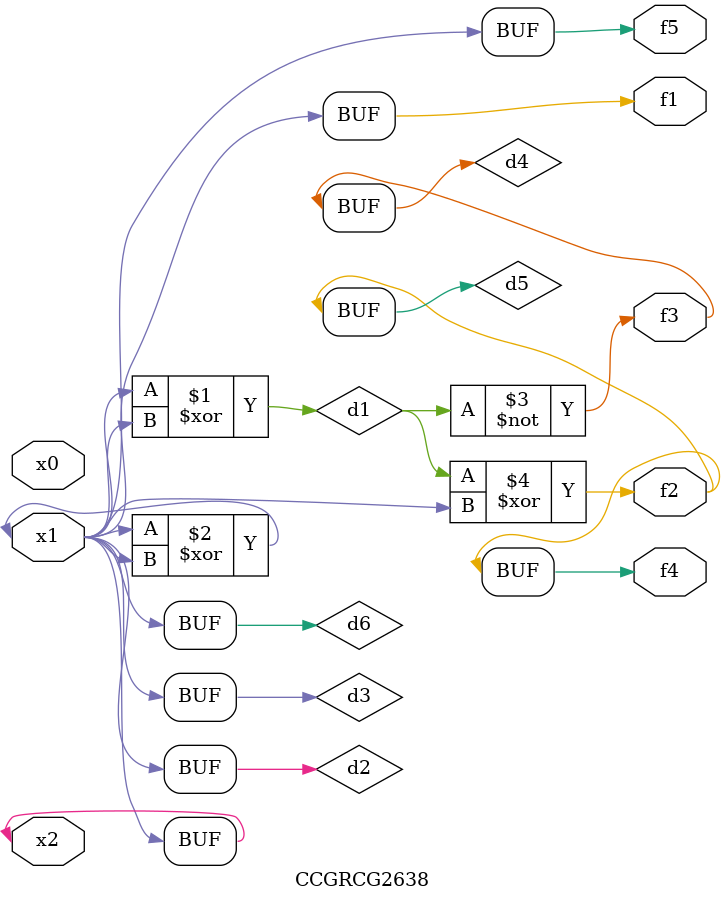
<source format=v>
module CCGRCG2638(
	input x0, x1, x2,
	output f1, f2, f3, f4, f5
);

	wire d1, d2, d3, d4, d5, d6;

	xor (d1, x1, x2);
	buf (d2, x1, x2);
	xor (d3, x1, x2);
	nor (d4, d1);
	xor (d5, d1, d2);
	buf (d6, d2, d3);
	assign f1 = d6;
	assign f2 = d5;
	assign f3 = d4;
	assign f4 = d5;
	assign f5 = d6;
endmodule

</source>
